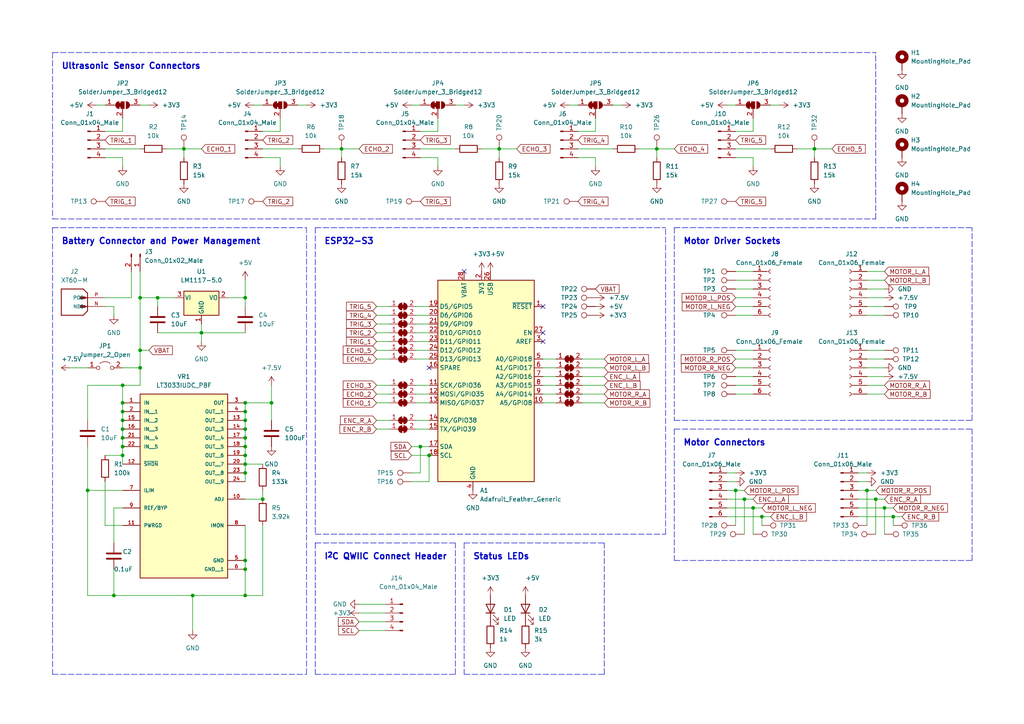
<source format=kicad_sch>
(kicad_sch (version 20211123) (generator eeschema)
  (paper "A4")
  (title_block (title "Mobile Robot - Main PCB") (date "2024-02-23") (rev "01") (company "W.A.L.E.S Engineering") (comment 1 "Drawing by: L Parrish"))
  (junction (at 259.08 149.86))
  (junction (at 71.12 127))
  (junction (at 40.64 106.68))
  (junction (at 71.12 137.16))
  (junction (at 40.64 101.6))
  (junction (at 144.78 43.18))
  (junction (at 35.56 116.84))
  (junction (at 35.56 129.54))
  (junction (at 256.54 147.32))
  (junction (at 58.42 96.52))
  (junction (at 35.56 119.38))
  (junction (at 99.06 43.18))
  (junction (at 213.36 142.24))
  (junction (at 35.56 127))
  (junction (at 35.56 132.08))
  (junction (at 25.4 142.24))
  (junction (at 71.12 116.84))
  (junction (at 254 144.78))
  (junction (at 71.12 172.72))
  (junction (at 71.12 119.38))
  (junction (at 78.74 116.84))
  (junction (at 71.12 129.54))
  (junction (at 71.12 124.46))
  (junction (at 220.98 149.86))
  (junction (at 121.92 129.54))
  (junction (at 33.02 172.72))
  (junction (at 190.5 43.18))
  (junction (at 35.56 124.46))
  (junction (at 53.34 43.18))
  (junction (at 71.12 132.08))
  (junction (at 35.56 121.92))
  (junction (at 40.64 86.36))
  (junction (at 236.22 43.18))
  (junction (at 71.12 86.36))
  (junction (at 71.12 121.92))
  (junction (at 124.46 132.08))
  (junction (at 76.2 144.78))
  (junction (at 218.44 147.32))
  (junction (at 45.72 86.36))
  (junction (at 35.56 111.76))
  (junction (at 71.12 162.56))
  (junction (at 55.88 172.72))
  (junction (at 71.12 134.62))
  (junction (at 251.46 142.24))
  (junction (at 215.9 144.78))
  (junction (at 71.12 165.1))
  (no_connect (at 157.48 96.52))
  (no_connect (at 157.48 88.9))
  (no_connect (at 124.46 106.68))
  (no_connect (at 134.62 78.74))
  (no_connect (at 157.48 99.06))
  (wire (pts (xy 119.38 129.54) (xy 121.92 129.54)))
  (wire (pts (xy 40.64 106.68) (xy 40.64 101.6)))
  (wire (pts (xy 109.22 101.6) (xy 113.03 101.6)))
  (wire (pts (xy 53.34 43.18) (xy 58.42 43.18)))
  (wire (pts (xy 109.22 111.76) (xy 113.03 111.76)))
  (wire (pts (xy 210.82 137.16) (xy 213.36 137.16)))
  (wire (pts (xy 175.26 104.14) (xy 168.91 104.14)))
  (wire (pts (xy 71.12 124.46) (xy 71.12 127)))
  (wire (pts (xy 127 34.29) (xy 127 38.1)))
  (wire (pts (xy 177.8 30.48) (xy 180.34 30.48)))
  (wire (pts (xy 172.72 48.26) (xy 172.72 45.72)))
  (wire (pts (xy 120.65 91.44) (xy 124.46 91.44)))
  (wire (pts (xy 213.36 142.24) (xy 213.36 152.4)))
  (polyline (pts (xy 15.24 63.5) (xy 254 63.5)))
  (wire (pts (xy 210.82 142.24) (xy 213.36 142.24)))
  (wire (pts (xy 248.92 144.78) (xy 254 144.78)))
  (polyline (pts (xy 15.24 15.24) (xy 254 15.24)))
  (wire (pts (xy 35.56 48.26) (xy 35.56 45.72)))
  (wire (pts (xy 259.08 149.86) (xy 261.62 149.86)))
  (wire (pts (xy 109.22 104.14) (xy 113.03 104.14)))
  (wire (pts (xy 251.46 81.28) (xy 256.54 81.28)))
  (polyline (pts (xy 281.94 162.56) (xy 281.94 124.46)))
  (wire (pts (xy 109.22 121.92) (xy 113.03 121.92)))
  (wire (pts (xy 30.48 139.7) (xy 30.48 152.4)))
  (polyline (pts (xy 195.58 162.56) (xy 281.94 162.56)))
  (wire (pts (xy 40.64 78.74) (xy 40.64 86.36)))
  (wire (pts (xy 218.44 45.72) (xy 213.36 45.72)))
  (wire (pts (xy 33.02 172.72) (xy 55.88 172.72)))
  (wire (pts (xy 248.92 139.7) (xy 251.46 139.7)))
  (wire (pts (xy 251.46 111.76) (xy 256.54 111.76)))
  (wire (pts (xy 120.65 101.6) (xy 124.46 101.6)))
  (wire (pts (xy 120.65 114.3) (xy 124.46 114.3)))
  (wire (pts (xy 81.28 34.29) (xy 81.28 38.1)))
  (polyline (pts (xy 15.24 195.58) (xy 88.9 195.58)))
  (polyline (pts (xy 91.44 154.94) (xy 193.04 154.94)))
  (wire (pts (xy 165.1 30.48) (xy 167.64 30.48)))
  (wire (pts (xy 248.92 149.86) (xy 259.08 149.86)))
  (wire (pts (xy 213.36 111.76) (xy 218.44 111.76)))
  (wire (pts (xy 251.46 106.68) (xy 256.54 106.68)))
  (wire (pts (xy 40.64 101.6) (xy 43.18 101.6)))
  (wire (pts (xy 104.14 177.8) (xy 111.76 177.8)))
  (wire (pts (xy 121.92 129.54) (xy 124.46 129.54)))
  (wire (pts (xy 71.12 116.84) (xy 78.74 116.84)))
  (wire (pts (xy 30.48 43.18) (xy 40.64 43.18)))
  (polyline (pts (xy 88.9 195.58) (xy 88.9 66.04)))
  (wire (pts (xy 172.72 45.72) (xy 167.64 45.72)))
  (polyline (pts (xy 281.94 121.92) (xy 281.94 66.04)))
  (wire (pts (xy 121.92 38.1) (xy 127 38.1)))
  (wire (pts (xy 86.36 30.48) (xy 88.9 30.48)))
  (polyline (pts (xy 91.44 195.58) (xy 132.08 195.58)))
  (wire (pts (xy 120.65 124.46) (xy 124.46 124.46)))
  (wire (pts (xy 161.29 114.3) (xy 157.48 114.3)))
  (wire (pts (xy 167.64 38.1) (xy 172.72 38.1)))
  (wire (pts (xy 220.98 149.86) (xy 223.52 149.86)))
  (wire (pts (xy 25.4 129.54) (xy 25.4 142.24)))
  (wire (pts (xy 144.78 43.18) (xy 149.86 43.18)))
  (wire (pts (xy 27.94 30.48) (xy 30.48 30.48)))
  (wire (pts (xy 120.65 99.06) (xy 124.46 99.06)))
  (wire (pts (xy 76.2 152.4) (xy 76.2 172.72)))
  (wire (pts (xy 213.36 81.28) (xy 218.44 81.28)))
  (polyline (pts (xy 91.44 66.04) (xy 91.44 154.94)))
  (wire (pts (xy 81.28 45.72) (xy 76.2 45.72)))
  (wire (pts (xy 213.36 83.82) (xy 218.44 83.82)))
  (wire (pts (xy 55.88 172.72) (xy 71.12 172.72)))
  (wire (pts (xy 190.5 43.18) (xy 190.5 45.72)))
  (wire (pts (xy 71.12 137.16) (xy 71.12 139.7)))
  (wire (pts (xy 251.46 83.82) (xy 256.54 83.82)))
  (wire (pts (xy 35.56 124.46) (xy 35.56 127)))
  (wire (pts (xy 254 144.78) (xy 256.54 144.78)))
  (wire (pts (xy 35.56 119.38) (xy 35.56 121.92)))
  (wire (pts (xy 25.4 142.24) (xy 35.56 142.24)))
  (wire (pts (xy 213.36 106.68) (xy 218.44 106.68)))
  (wire (pts (xy 190.5 43.18) (xy 195.58 43.18)))
  (wire (pts (xy 167.64 43.18) (xy 177.8 43.18)))
  (polyline (pts (xy 134.62 195.58) (xy 175.26 195.58)))
  (wire (pts (xy 109.22 99.06) (xy 113.03 99.06)))
  (wire (pts (xy 71.12 152.4) (xy 71.12 162.56)))
  (wire (pts (xy 25.4 111.76) (xy 35.56 111.76)))
  (wire (pts (xy 127 48.26) (xy 127 45.72)))
  (wire (pts (xy 40.64 30.48) (xy 43.18 30.48)))
  (wire (pts (xy 120.65 104.14) (xy 124.46 104.14)))
  (wire (pts (xy 161.29 106.68) (xy 157.48 106.68)))
  (wire (pts (xy 81.28 48.26) (xy 81.28 45.72)))
  (wire (pts (xy 109.22 116.84) (xy 113.03 116.84)))
  (wire (pts (xy 213.36 142.24) (xy 215.9 142.24)))
  (wire (pts (xy 109.22 114.3) (xy 113.03 114.3)))
  (wire (pts (xy 120.65 88.9) (xy 124.46 88.9)))
  (wire (pts (xy 109.22 88.9) (xy 113.03 88.9)))
  (wire (pts (xy 213.36 114.3) (xy 218.44 114.3)))
  (wire (pts (xy 76.2 38.1) (xy 81.28 38.1)))
  (wire (pts (xy 119.38 139.7) (xy 124.46 139.7)))
  (wire (pts (xy 251.46 101.6) (xy 256.54 101.6)))
  (wire (pts (xy 38.1 78.74) (xy 38.1 86.36)))
  (wire (pts (xy 35.56 121.92) (xy 35.56 124.46)))
  (wire (pts (xy 71.12 81.28) (xy 71.12 86.36)))
  (wire (pts (xy 76.2 43.18) (xy 86.36 43.18)))
  (wire (pts (xy 251.46 109.22) (xy 256.54 109.22)))
  (wire (pts (xy 218.44 48.26) (xy 218.44 45.72)))
  (wire (pts (xy 213.36 88.9) (xy 218.44 88.9)))
  (wire (pts (xy 223.52 30.48) (xy 226.06 30.48)))
  (wire (pts (xy 20.32 106.68) (xy 25.4 106.68)))
  (wire (pts (xy 210.82 147.32) (xy 218.44 147.32)))
  (wire (pts (xy 144.78 43.18) (xy 144.78 45.72)))
  (wire (pts (xy 231.14 43.18) (xy 236.22 43.18)))
  (wire (pts (xy 104.14 175.26) (xy 111.76 175.26)))
  (wire (pts (xy 35.56 129.54) (xy 35.56 132.08)))
  (wire (pts (xy 45.72 96.52) (xy 58.42 96.52)))
  (wire (pts (xy 120.65 96.52) (xy 124.46 96.52)))
  (wire (pts (xy 40.64 86.36) (xy 45.72 86.36)))
  (wire (pts (xy 251.46 78.74) (xy 256.54 78.74)))
  (wire (pts (xy 172.72 34.29) (xy 172.72 38.1)))
  (wire (pts (xy 30.48 38.1) (xy 35.56 38.1)))
  (wire (pts (xy 127 45.72) (xy 121.92 45.72)))
  (wire (pts (xy 119.38 137.16) (xy 121.92 137.16)))
  (wire (pts (xy 236.22 43.18) (xy 236.22 45.72)))
  (wire (pts (xy 215.9 144.78) (xy 215.9 154.94)))
  (polyline (pts (xy 175.26 195.58) (xy 175.26 157.48)))
  (polyline (pts (xy 195.58 124.46) (xy 281.94 124.46)))
  (wire (pts (xy 121.92 43.18) (xy 132.08 43.18)))
  (wire (pts (xy 78.74 111.76) (xy 78.74 116.84)))
  (wire (pts (xy 213.36 109.22) (xy 218.44 109.22)))
  (polyline (pts (xy 193.04 154.94) (xy 193.04 66.04)))
  (wire (pts (xy 256.54 147.32) (xy 259.08 147.32)))
  (wire (pts (xy 30.48 86.36) (xy 38.1 86.36)))
  (polyline (pts (xy 91.44 66.04) (xy 193.04 66.04)))
  (wire (pts (xy 161.29 109.22) (xy 157.48 109.22)))
  (polyline (pts (xy 134.62 157.48) (xy 134.62 195.58)))
  (wire (pts (xy 109.22 96.52) (xy 113.03 96.52)))
  (wire (pts (xy 99.06 43.18) (xy 99.06 45.72)))
  (wire (pts (xy 71.12 121.92) (xy 71.12 124.46)))
  (wire (pts (xy 33.02 147.32) (xy 35.56 147.32)))
  (wire (pts (xy 33.02 88.9) (xy 30.48 88.9)))
  (wire (pts (xy 40.64 101.6) (xy 40.64 86.36)))
  (polyline (pts (xy 15.24 66.04) (xy 15.24 195.58)))
  (polyline (pts (xy 91.44 157.48) (xy 132.08 157.48)))
  (wire (pts (xy 109.22 124.46) (xy 113.03 124.46)))
  (polyline (pts (xy 254 63.5) (xy 254 15.24)))
  (wire (pts (xy 58.42 93.98) (xy 58.42 96.52)))
  (wire (pts (xy 53.34 43.18) (xy 53.34 45.72)))
  (wire (pts (xy 251.46 88.9) (xy 256.54 88.9)))
  (wire (pts (xy 25.4 111.76) (xy 25.4 121.92)))
  (wire (pts (xy 71.12 132.08) (xy 71.12 134.62)))
  (wire (pts (xy 71.12 172.72) (xy 76.2 172.72)))
  (wire (pts (xy 175.26 111.76) (xy 168.91 111.76)))
  (wire (pts (xy 35.56 116.84) (xy 35.56 119.38)))
  (polyline (pts (xy 15.24 66.04) (xy 88.9 66.04)))
  (wire (pts (xy 213.36 38.1) (xy 218.44 38.1)))
  (wire (pts (xy 30.48 132.08) (xy 35.56 132.08)))
  (wire (pts (xy 213.36 91.44) (xy 218.44 91.44)))
  (wire (pts (xy 58.42 96.52) (xy 71.12 96.52)))
  (wire (pts (xy 71.12 129.54) (xy 71.12 132.08)))
  (wire (pts (xy 121.92 137.16) (xy 121.92 129.54)))
  (wire (pts (xy 161.29 104.14) (xy 157.48 104.14)))
  (wire (pts (xy 71.12 134.62) (xy 76.2 134.62)))
  (wire (pts (xy 213.36 43.18) (xy 223.52 43.18)))
  (wire (pts (xy 35.56 111.76) (xy 40.64 111.76)))
  (wire (pts (xy 71.12 119.38) (xy 71.12 121.92)))
  (wire (pts (xy 251.46 142.24) (xy 254 142.24)))
  (wire (pts (xy 35.56 132.08) (xy 35.56 134.62)))
  (wire (pts (xy 132.08 30.48) (xy 134.62 30.48)))
  (wire (pts (xy 120.65 116.84) (xy 124.46 116.84)))
  (wire (pts (xy 35.56 127) (xy 35.56 129.54)))
  (wire (pts (xy 161.29 116.84) (xy 157.48 116.84)))
  (wire (pts (xy 120.65 111.76) (xy 124.46 111.76)))
  (wire (pts (xy 215.9 144.78) (xy 218.44 144.78)))
  (wire (pts (xy 210.82 144.78) (xy 215.9 144.78)))
  (wire (pts (xy 35.56 34.29) (xy 35.56 38.1)))
  (wire (pts (xy 33.02 157.48) (xy 33.02 147.32)))
  (wire (pts (xy 210.82 30.48) (xy 213.36 30.48)))
  (wire (pts (xy 71.12 165.1) (xy 71.12 172.72)))
  (wire (pts (xy 218.44 147.32) (xy 220.98 147.32)))
  (wire (pts (xy 40.64 111.76) (xy 40.64 106.68)))
  (wire (pts (xy 119.38 132.08) (xy 124.46 132.08)))
  (wire (pts (xy 71.12 116.84) (xy 71.12 119.38)))
  (wire (pts (xy 218.44 34.29) (xy 218.44 38.1)))
  (wire (pts (xy 248.92 147.32) (xy 256.54 147.32)))
  (wire (pts (xy 119.38 30.48) (xy 121.92 30.48)))
  (wire (pts (xy 248.92 142.24) (xy 251.46 142.24)))
  (wire (pts (xy 30.48 152.4) (xy 35.56 152.4)))
  (wire (pts (xy 213.36 104.14) (xy 218.44 104.14)))
  (polyline (pts (xy 134.62 157.48) (xy 175.26 157.48)))
  (wire (pts (xy 185.42 43.18) (xy 190.5 43.18)))
  (wire (pts (xy 109.22 91.44) (xy 113.03 91.44)))
  (polyline (pts (xy 195.58 66.04) (xy 195.58 121.92)))
  (wire (pts (xy 161.29 111.76) (xy 157.48 111.76)))
  (wire (pts (xy 33.02 91.44) (xy 33.02 88.9)))
  (wire (pts (xy 213.36 86.36) (xy 218.44 86.36)))
  (wire (pts (xy 93.98 43.18) (xy 99.06 43.18)))
  (wire (pts (xy 48.26 43.18) (xy 53.34 43.18)))
  (polyline (pts (xy 195.58 124.46) (xy 195.58 162.56)))
  (wire (pts (xy 71.12 162.56) (xy 71.12 165.1)))
  (wire (pts (xy 71.12 127) (xy 71.12 129.54)))
  (wire (pts (xy 124.46 139.7) (xy 124.46 132.08)))
  (wire (pts (xy 175.26 116.84) (xy 168.91 116.84)))
  (wire (pts (xy 120.65 121.92) (xy 124.46 121.92)))
  (polyline (pts (xy 15.24 15.24) (xy 15.24 63.5)))
  (wire (pts (xy 175.26 109.22) (xy 168.91 109.22)))
  (wire (pts (xy 35.56 116.84) (xy 35.56 111.76)))
  (wire (pts (xy 45.72 86.36) (xy 45.72 88.9)))
  (wire (pts (xy 254 144.78) (xy 254 154.94)))
  (wire (pts (xy 109.22 93.98) (xy 113.03 93.98)))
  (wire (pts (xy 35.56 45.72) (xy 30.48 45.72)))
  (wire (pts (xy 251.46 104.14) (xy 256.54 104.14)))
  (wire (pts (xy 139.7 43.18) (xy 144.78 43.18)))
  (wire (pts (xy 45.72 86.36) (xy 50.8 86.36)))
  (wire (pts (xy 251.46 86.36) (xy 256.54 86.36)))
  (wire (pts (xy 71.12 134.62) (xy 71.12 137.16)))
  (wire (pts (xy 210.82 139.7) (xy 213.36 139.7)))
  (wire (pts (xy 256.54 147.32) (xy 256.54 154.94)))
  (wire (pts (xy 251.46 114.3) (xy 256.54 114.3)))
  (wire (pts (xy 251.46 142.24) (xy 251.46 152.4)))
  (wire (pts (xy 104.14 182.88) (xy 111.76 182.88)))
  (wire (pts (xy 218.44 147.32) (xy 218.44 154.94)))
  (wire (pts (xy 25.4 172.72) (xy 33.02 172.72)))
  (wire (pts (xy 236.22 43.18) (xy 241.3 43.18)))
  (polyline (pts (xy 91.44 157.48) (xy 91.44 195.58)))
  (wire (pts (xy 25.4 142.24) (xy 25.4 172.72)))
  (wire (pts (xy 175.26 114.3) (xy 168.91 114.3)))
  (wire (pts (xy 251.46 91.44) (xy 256.54 91.44)))
  (wire (pts (xy 76.2 142.24) (xy 76.2 144.78)))
  (wire (pts (xy 71.12 88.9) (xy 71.12 86.36)))
  (wire (pts (xy 120.65 93.98) (xy 124.46 93.98)))
  (wire (pts (xy 55.88 182.88) (xy 55.88 172.72)))
  (wire (pts (xy 210.82 149.86) (xy 220.98 149.86)))
  (wire (pts (xy 78.74 116.84) (xy 78.74 121.92)))
  (polyline (pts (xy 132.08 195.58) (xy 132.08 157.48)))
  (wire (pts (xy 71.12 86.36) (xy 66.04 86.36)))
  (wire (pts (xy 33.02 165.1) (xy 33.02 172.72)))
  (wire (pts (xy 175.26 106.68) (xy 168.91 106.68)))
  (polyline (pts (xy 195.58 66.04) (xy 281.94 66.04)))
  (wire (pts (xy 58.42 96.52) (xy 58.42 99.06)))
  (wire (pts (xy 213.36 78.74) (xy 218.44 78.74)))
  (wire (pts (xy 259.08 149.86) (xy 259.08 152.4)))
  (wire (pts (xy 99.06 43.18) (xy 104.14 43.18)))
  (wire (pts (xy 213.36 101.6) (xy 218.44 101.6)))
  (polyline (pts (xy 195.58 121.92) (xy 281.94 121.92)))
  (wire (pts (xy 104.14 180.34) (xy 111.76 180.34)))
  (wire (pts (xy 73.66 30.48) (xy 76.2 30.48)))
  (wire (pts (xy 35.56 106.68) (xy 40.64 106.68)))
  (wire (pts (xy 248.92 137.16) (xy 251.46 137.16)))
  (wire (pts (xy 71.12 144.78) (xy 76.2 144.78)))
  (wire (pts (xy 220.98 149.86) (xy 220.98 152.4)))
  (text "I^{2}C QWIIC Connect Header" (at 93.98 162.56 0) (effects (font (size 1.778 1.778) (thickness 0.3556) bold) (justify left bottom)))
  (text "Status LEDs" (at 137.16 162.56 0) (effects (font (size 1.778 1.778) (thickness 0.3556) bold) (justify left bottom)))
  (text "Motor Connectors" (at 198.12 129.54 0) (effects (font (size 1.778 1.778) (thickness 0.3556) bold) (justify left bottom)))
  (text "Battery Connector and Power Management" (at 17.78 71.12 0) (effects (font (size 1.778 1.778) (thickness 0.3556) bold) (justify left bottom)))
  (text "ESP32-S3" (at 93.98 71.12 0) (effects (font (size 1.778 1.778) (thickness 0.3556) bold) (justify left bottom)))
  (text "Ultrasonic Sensor Connectors" (at 17.78 20.32 0) (effects (font (size 1.778 1.778) (thickness 0.3556) bold) (justify left bottom)))
  (text "Motor Driver Sockets" (at 198.12 71.12 0) (effects (font (size 1.778 1.778) (thickness 0.3556) bold) (justify left bottom)))
  (global_label "MOTOR_L_POS" (shape input) (at 213.36 86.36 180) (property "Intersheet References" "${INTERSHEET_REFS}" (effects hide)))
  (global_label "ENC_R_B" (shape input) (at 261.62 149.86 0) (property "Intersheet References" "${INTERSHEET_REFS}" (effects hide)))
  (global_label "ECHO_2" (shape input) (at 104.14 43.18 0) (property "Intersheet References" "${INTERSHEET_REFS}" (effects hide)))
  (global_label "MOTOR_L_NEG" (shape input) (at 220.98 147.32 0) (property "Intersheet References" "${INTERSHEET_REFS}" (effects hide)))
  (global_label "VBAT" (shape input) (at 43.18 101.6 0) (property "Intersheet References" "${INTERSHEET_REFS}" (effects hide)))
  (global_label "MOTOR_L_NEG" (shape input) (at 213.36 88.9 180) (property "Intersheet References" "${INTERSHEET_REFS}" (effects hide)))
  (global_label "SCL" (shape input) (at 119.38 132.08 180) (property "Intersheet References" "${INTERSHEET_REFS}" (effects hide)))
  (global_label "MOTOR_R_POS" (shape input) (at 254 142.24 0) (property "Intersheet References" "${INTERSHEET_REFS}" (effects hide)))
  (global_label "VBAT" (shape input) (at 172.72 83.82 0) (property "Intersheet References" "${INTERSHEET_REFS}" (effects hide)))
  (global_label "MOTOR_L_A" (shape input) (at 256.54 78.74 0) (property "Intersheet References" "${INTERSHEET_REFS}" (effects hide)))
  (global_label "ECHO_5" (shape input) (at 109.22 101.6 180) (property "Intersheet References" "${INTERSHEET_REFS}" (effects hide)))
  (global_label "MOTOR_R_POS" (shape input) (at 213.36 104.14 180) (property "Intersheet References" "${INTERSHEET_REFS}" (effects hide)))
  (global_label "MOTOR_R_B" (shape input) (at 175.26 116.84 0) (property "Intersheet References" "${INTERSHEET_REFS}" (effects hide)))
  (global_label "ECHO_4" (shape input) (at 109.22 104.14 180) (property "Intersheet References" "${INTERSHEET_REFS}" (effects hide)))
  (global_label "MOTOR_R_A" (shape input) (at 175.26 114.3 0) (property "Intersheet References" "${INTERSHEET_REFS}" (effects hide)))
  (global_label "ECHO_3" (shape input) (at 149.86 43.18 0) (property "Intersheet References" "${INTERSHEET_REFS}" (effects hide)))
  (global_label "TRIG_1" (shape input) (at 30.48 40.64 0) (property "Intersheet References" "${INTERSHEET_REFS}" (effects hide)))
  (global_label "TRIG_2" (shape input) (at 76.2 58.42 0) (property "Intersheet References" "${INTERSHEET_REFS}" (effects hide)))
  (global_label "ENC_L_B" (shape input) (at 175.26 111.76 0) (property "Intersheet References" "${INTERSHEET_REFS}" (effects hide)))
  (global_label "ENC_R_A" (shape input) (at 256.54 144.78 0) (property "Intersheet References" "${INTERSHEET_REFS}" (effects hide)))
  (global_label "ENC_L_B" (shape input) (at 223.52 149.86 0) (property "Intersheet References" "${INTERSHEET_REFS}" (effects hide)))
  (global_label "TRIG_4" (shape input) (at 167.64 58.42 0) (property "Intersheet References" "${INTERSHEET_REFS}" (effects hide)))
  (global_label "SCL" (shape input) (at 104.14 182.88 180) (property "Intersheet References" "${INTERSHEET_REFS}" (effects hide)))
  (global_label "ECHO_3" (shape input) (at 109.22 111.76 180) (property "Intersheet References" "${INTERSHEET_REFS}" (effects hide)))
  (global_label "ECHO_1" (shape input) (at 109.22 116.84 180) (property "Intersheet References" "${INTERSHEET_REFS}" (effects hide)))
  (global_label "TRIG_3" (shape input) (at 109.22 93.98 180) (property "Intersheet References" "${INTERSHEET_REFS}" (effects hide)))
  (global_label "MOTOR_R_A" (shape input) (at 256.54 111.76 0) (property "Intersheet References" "${INTERSHEET_REFS}" (effects hide)))
  (global_label "TRIG_5" (shape input) (at 109.22 88.9 180) (property "Intersheet References" "${INTERSHEET_REFS}" (effects hide)))
  (global_label "TRIG_3" (shape input) (at 121.92 40.64 0) (property "Intersheet References" "${INTERSHEET_REFS}" (effects hide)))
  (global_label "TRIG_1" (shape input) (at 109.22 99.06 180) (property "Intersheet References" "${INTERSHEET_REFS}" (effects hide)))
  (global_label "TRIG_5" (shape input) (at 213.36 40.64 0) (property "Intersheet References" "${INTERSHEET_REFS}" (effects hide)))
  (global_label "TRIG_2" (shape input) (at 109.22 96.52 180) (property "Intersheet References" "${INTERSHEET_REFS}" (effects hide)))
  (global_label "MOTOR_R_NEG" (shape input) (at 213.36 106.68 180) (property "Intersheet References" "${INTERSHEET_REFS}" (effects hide)))
  (global_label "TRIG_1" (shape input) (at 30.48 58.42 0) (property "Intersheet References" "${INTERSHEET_REFS}" (effects hide)))
  (global_label "MOTOR_L_POS" (shape input) (at 215.9 142.24 0) (property "Intersheet References" "${INTERSHEET_REFS}" (effects hide)))
  (global_label "MOTOR_L_A" (shape input) (at 175.26 104.14 0) (property "Intersheet References" "${INTERSHEET_REFS}" (effects hide)))
  (global_label "ENC_L_A" (shape input) (at 175.26 109.22 0) (property "Intersheet References" "${INTERSHEET_REFS}" (effects hide)))
  (global_label "ECHO_1" (shape input) (at 58.42 43.18 0) (property "Intersheet References" "${INTERSHEET_REFS}" (effects hide)))
  (global_label "MOTOR_L_B" (shape input) (at 256.54 81.28 0) (property "Intersheet References" "${INTERSHEET_REFS}" (effects hide)))
  (global_label "TRIG_4" (shape input) (at 167.64 40.64 0) (property "Intersheet References" "${INTERSHEET_REFS}" (effects hide)))
  (global_label "MOTOR_R_NEG" (shape input) (at 259.08 147.32 0) (property "Intersheet References" "${INTERSHEET_REFS}" (effects hide)))
  (global_label "SDA" (shape input) (at 104.14 180.34 180) (property "Intersheet References" "${INTERSHEET_REFS}" (effects hide)))
  (global_label "ECHO_4" (shape input) (at 195.58 43.18 0) (property "Intersheet References" "${INTERSHEET_REFS}" (effects hide)))
  (global_label "TRIG_3" (shape input) (at 121.92 58.42 0) (property "Intersheet References" "${INTERSHEET_REFS}" (effects hide)))
  (global_label "TRIG_2" (shape input) (at 76.2 40.64 0) (property "Intersheet References" "${INTERSHEET_REFS}" (effects hide)))
  (global_label "MOTOR_R_B" (shape input) (at 256.54 114.3 0) (property "Intersheet References" "${INTERSHEET_REFS}" (effects hide)))
  (global_label "TRIG_4" (shape input) (at 109.22 91.44 180) (property "Intersheet References" "${INTERSHEET_REFS}" (effects hide)))
  (global_label "TRIG_5" (shape input) (at 213.36 58.42 0) (property "Intersheet References" "${INTERSHEET_REFS}" (effects hide)))
  (global_label "ECHO_5" (shape input) (at 241.3 43.18 0) (property "Intersheet References" "${INTERSHEET_REFS}" (effects hide)))
  (global_label "MOTOR_L_B" (shape input) (at 175.26 106.68 0) (property "Intersheet References" "${INTERSHEET_REFS}" (effects hide)))
  (global_label "SDA" (shape input) (at 119.38 129.54 180) (property "Intersheet References" "${INTERSHEET_REFS}" (effects hide)))
  (global_label "ENC_R_B" (shape input) (at 109.22 124.46 180) (property "Intersheet References" "${INTERSHEET_REFS}" (effects hide)))
  (global_label "ENC_L_A" (shape input) (at 218.44 144.78 0) (property "Intersheet References" "${INTERSHEET_REFS}" (effects hide)))
  (global_label "ENC_R_A" (shape input) (at 109.22 121.92 180) (property "Intersheet References" "${INTERSHEET_REFS}" (effects hide)))
  (global_label "ECHO_2" (shape input) (at 109.22 114.3 180) (property "Intersheet References" "${INTERSHEET_REFS}" (effects hide)))
  (symbol (lib_id "Jumper:SolderJumper_2_Bridged") (at 165.1 111.76 0) (unit 1)
    (property "Reference" "JP22" (effects hide))
    (property "Value" "SolderJumper_2_Bridged" (effects hide))
    (property "Footprint" "Jumper:SolderJumper-2_P1.3mm_Bridged_RoundedPad1.0x1.5mm" (effects hide))
  )
  (symbol (lib_id "power:+3V3") (at 43.18 30.48 270) (unit 1)
    (property "Reference" "#PWR0101" (effects hide))
    (property "Value" "+3V3" (at 46.99 30.4799 90) (effects (justify left)))
  )
  (symbol (lib_id "Device:R") (at 76.2 138.43 0) (unit 1)
    (property "Reference" "R4" (at 78.74 137.1599 0) (effects (justify left)))
    (property "Value" "133k" (at 78.74 139.6999 0) (effects (justify left)))
    (property "Footprint" "Resistor_SMD:R_0805_2012Metric" (effects hide))
  )
  (symbol (lib_id "power:+7.5V") (at 256.54 109.22 270) (unit 1)
    (property "Reference" "#PWR0138" (effects hide))
    (property "Value" "+7.5V" (at 260.35 109.2199 90) (effects (justify left)))
  )
  (symbol (lib_id "power:+5V") (at 73.66 30.48 90) (unit 1)
    (property "Reference" "#PWR0127" (effects hide))
    (property "Value" "+5V" (at 69.85 30.4799 90) (effects (justify left)))
  )
  (symbol (lib_id "Connector:TestPoint") (at 256.54 91.44 270) (unit 1)
    (property "Reference" "TP10" (at 264.16 91.44 90))
    (property "Value" "TestPoint" (effects hide))
    (property "Footprint" "TestPoint:TestPoint_Pad_D1.5mm" (effects hide))
  )
  (symbol (lib_id "Connector:TestPoint") (at 172.72 86.36 90) (unit 1)
    (property "Reference" "TP23" (at 165.1 86.36 90))
    (property "Value" "TestPoint" (effects hide))
    (property "Footprint" "TestPoint:TestPoint_2Pads_Pitch2.54mm_Drill0.8mm" (effects hide))
  )
  (symbol (lib_id "Connector:TestPoint") (at 144.78 43.18 0) (unit 1)
    (property "Reference" "TP20" (at 144.78 35.56 90))
    (property "Value" "TestPoint" (effects hide))
    (property "Footprint" "TestPoint:TestPoint_2Pads_Pitch2.54mm_Drill0.8mm" (effects hide))
  )
  (symbol (lib_id "Device:R") (at 44.45 43.18 270) (unit 1)
    (property "Reference" "R2" (at 44.45 36.83 90))
    (property "Value" "10k" (at 44.45 39.37 90))
    (property "Footprint" "Resistor_SMD:R_0805_2012Metric" (effects hide))
  )
  (symbol (lib_id "Connector:TestPoint") (at 213.36 101.6 90) (unit 1)
    (property "Reference" "TP5" (at 205.74 101.6 90))
    (property "Value" "TestPoint" (effects hide))
    (property "Footprint" "TestPoint:TestPoint_Pad_D1.5mm" (effects hide))
  )
  (symbol (lib_id "Connector:TestPoint") (at 172.72 91.44 90) (unit 1)
    (property "Reference" "TP25" (at 165.1 91.44 90))
    (property "Value" "TestPoint" (effects hide))
    (property "Footprint" "TestPoint:TestPoint_2Pads_Pitch2.54mm_Drill0.8mm" (effects hide))
  )
  (symbol (lib_id "power:GND") (at 261.62 45.72 0) (unit 1)
    (property "Reference" "#PWR0139" (effects hide))
    (property "Value" "GND" (at 261.62 50.8 0))
  )
  (symbol (lib_id "power:+3V3") (at 134.62 30.48 270) (unit 1)
    (property "Reference" "#PWR0121" (effects hide))
    (property "Value" "+3V3" (at 138.43 30.4799 90) (effects (justify left)))
  )
  (symbol (lib_id "Connector:TestPoint") (at 53.34 43.18 0) (unit 1)
    (property "Reference" "TP14" (at 53.34 35.56 90))
    (property "Value" "TestPoint" (effects hide))
    (property "Footprint" "TestPoint:TestPoint_2Pads_Pitch2.54mm_Drill0.8mm" (effects hide))
  )
  (symbol (lib_id "Mechanical:MountingHole_Pad") (at 261.62 43.18 0) (unit 1)
    (property "Reference" "H3" (at 264.16 40.6399 0) (effects (justify left)))
    (property "Value" "MountingHole_Pad" (at 264.16 43.1799 0) (effects (justify left)))
    (property "Footprint" "MountingHole:MountingHole_3.2mm_M3_DIN965_Pad" (effects hide))
  )
  (symbol (lib_id "power:+5V") (at 172.72 88.9 270) (unit 1)
    (property "Reference" "#PWR06" (effects hide))
    (property "Value" "+5V" (at 176.53 88.8999 90) (effects (justify left)))
  )
  (symbol (lib_id "power:+3V3") (at 180.34 30.48 270) (unit 1)
    (property "Reference" "#PWR0117" (effects hide))
    (property "Value" "+3V3" (at 184.15 30.4799 90) (effects (justify left)))
  )
  (symbol (lib_id "power:GND") (at 152.4 187.96 0) (unit 1)
    (property "Reference" "#PWR04" (effects hide))
    (property "Value" "GND" (at 152.4 193.04 0))
  )
  (symbol (lib_id "power:+5V") (at 152.4 172.72 0) (unit 1)
    (property "Reference" "#PWR03" (effects hide))
    (property "Value" "+5V" (at 152.4 167.64 0) (effects (justify left)))
  )
  (symbol (lib_id "Connector:TestPoint") (at 213.36 78.74 90) (unit 1)
    (property "Reference" "TP1" (at 205.74 78.74 90))
    (property "Value" "TestPoint" (effects hide))
    (property "Footprint" "TestPoint:TestPoint_Pad_D1.5mm" (effects hide))
  )
  (symbol (lib_id "Connector:Conn_01x04_Male") (at 25.4 40.64 0) (unit 1)
    (property "Reference" "J1" (at 26.035 33.02 0))
    (property "Value" "Conn_01x04_Male" (at 26.035 35.56 0))
    (property "Footprint" "Connector_JST:JST_XH_S4B-XH-A-1_1x04_P2.50mm_Horizontal" (effects hide))
  )
  (symbol (lib_id "Device:C") (at 33.02 161.29 0) (unit 1)
    (property "Reference" "C2" (at 35.56 160.02 0) (effects (justify left)))
    (property "Value" "0.1uF" (at 33.02 165.1 0) (effects (justify left)))
    (property "Footprint" "Resistor_SMD:R_0603_1608Metric" (effects hide))
  )
  (symbol (lib_id "Jumper:SolderJumper_2_Bridged") (at 116.84 116.84 0) (unit 1)
    (property "Reference" "JP16" (effects hide))
    (property "Value" "SolderJumper_2_Bridged" (effects hide))
    (property "Footprint" "Jumper:SolderJumper-2_P1.3mm_Bridged_RoundedPad1.0x1.5mm" (effects hide))
  )
  (symbol (lib_id "Connector:Conn_01x06_Male") (at 243.84 142.24 0) (unit 1)
    (property "Reference" "J11" (at 244.475 132.08 0))
    (property "Value" "Conn_01x06_Male" (at 244.475 134.62 0))
    (property "Footprint" "Connector_JST:JST_XH_B6B-XH-A_1x06_P2.50mm_Vertical" (effects hide))
  )
  (symbol (lib_id "Jumper:SolderJumper_2_Bridged") (at 165.1 116.84 0) (unit 1)
    (property "Reference" "JP24" (effects hide))
    (property "Value" "SolderJumper_2_Bridged" (effects hide))
    (property "Footprint" "Jumper:SolderJumper-2_P1.3mm_Bridged_RoundedPad1.0x1.5mm" (effects hide))
  )
  (symbol (lib_id "Jumper:SolderJumper_2_Bridged") (at 116.84 111.76 0) (unit 1)
    (property "Reference" "JP14" (effects hide))
    (property "Value" "SolderJumper_2_Bridged" (effects hide))
    (property "Footprint" "Jumper:SolderJumper-2_P1.3mm_Bridged_RoundedPad1.0x1.5mm" (effects hide))
  )
  (symbol (lib_id "Connector:TestPoint") (at 218.44 154.94 270) (unit 1)
    (property "Reference" "TP30" (at 226.06 154.94 90))
    (property "Value" "TestPoint" (effects hide))
    (property "Footprint" "TestPoint:TestPoint_2Pads_Pitch2.54mm_Drill0.8mm" (effects hide))
  )
  (symbol (lib_id "Connector:Conn_01x06_Male") (at 205.74 142.24 0) (unit 1)
    (property "Reference" "J7" (at 206.375 132.08 0))
    (property "Value" "Conn_01x06_Male" (at 206.375 134.62 0))
    (property "Footprint" "Connector_JST:JST_XH_B6B-XH-A_1x06_P2.50mm_Vertical" (effects hide))
  )
  (symbol (lib_id "XT60-M:XT60-M") (at 25.4 88.9 0) (mirror y) (unit 1)
    (property "Reference" "J2" (at 21.59 78.74 0))
    (property "Value" "XT60-M" (at 21.59 81.28 0))
    (property "Footprint" "XT60-M:AMASS_XT60-M" (effects hide))
    (property "MF" "AMASS" (effects hide))
    (property "MAXIMUM_PACKAGE_HEIGHT" "16.00 mm" (effects hide))
    (property "Package" "Package" (effects hide))
    (property "Price" "None" (effects hide))
    (property "Check_prices" "https://www.snapeda.com/parts/XT60-M/AMASS/view-part/?ref=eda" (effects hide))
    (property "STANDARD" "IPC 7351B" (effects hide))
    (property "PARTREV" "V1.2" (effects hide))
    (property "SnapEDA_Link" "https://www.snapeda.com/parts/XT60-M/AMASS/view-part/?ref=snap" (effects hide))
    (property "MP" "XT60-M" (effects hide))
    (property "Description" "\nPlug; DC supply; XT60; male; PIN: 2; for cable; soldered; 30A; 500V\n" (effects hide))
    (property "Availability" "Not in stock" (effects hide))
    (property "MANUFACTURER" "AMASS" (effects hide))
  )
  (symbol (lib_id "power:GND") (at 251.46 139.7 90) (unit 1)
    (property "Reference" "#PWR0134" (effects hide))
    (property "Value" "GND" (at 255.27 139.6999 90) (effects (justify right)))
  )
  (symbol (lib_id "Device:R") (at 227.33 43.18 270) (unit 1)
    (property "Reference" "R12" (at 227.33 36.83 90))
    (property "Value" "10k" (at 227.33 39.37 90))
    (property "Footprint" "Resistor_SMD:R_0805_2012Metric" (effects hide))
  )
  (symbol (lib_id "Connector:TestPoint") (at 172.72 88.9 90) (unit 1)
    (property "Reference" "TP24" (at 165.1 88.9 90))
    (property "Value" "TestPoint" (effects hide))
    (property "Footprint" "TestPoint:TestPoint_2Pads_Pitch2.54mm_Drill0.8mm" (effects hide))
  )
  (symbol (lib_id "Device:R") (at 190.5 49.53 0) (unit 1)
    (property "Reference" "R11" (at 193.04 48.2599 0) (effects (justify left)))
    (property "Value" "15k" (at 193.04 50.7999 0) (effects (justify left)))
    (property "Footprint" "Resistor_SMD:R_0805_2012Metric" (effects hide))
  )
  (symbol (lib_id "Jumper:SolderJumper_3_Bridged12") (at 172.72 30.48 0) (unit 1)
    (property "Reference" "JP5" (at 172.72 24.13 0))
    (property "Value" "SolderJumper_3_Bridged12" (at 172.72 26.67 0))
    (property "Footprint" "Jumper:SolderJumper-3_P1.3mm_Bridged12_Pad1.0x1.5mm_NumberLabels" (effects hide))
  )
  (symbol (lib_id "Jumper:SolderJumper_2_Bridged") (at 116.84 99.06 0) (unit 1)
    (property "Reference" "JP11" (effects hide))
    (property "Value" "SolderJumper_2_Bridged" (effects hide))
    (property "Footprint" "Jumper:SolderJumper-2_P1.3mm_Bridged_RoundedPad1.0x1.5mm" (effects hide))
  )
  (symbol (lib_id "Jumper:SolderJumper_2_Bridged") (at 116.84 114.3 0) (unit 1)
    (property "Reference" "JP15" (effects hide))
    (property "Value" "SolderJumper_2_Bridged" (effects hide))
    (property "Footprint" "Jumper:SolderJumper-2_P1.3mm_Bridged_RoundedPad1.0x1.5mm" (effects hide))
  )
  (symbol (lib_id "power:GND") (at 172.72 48.26 0) (unit 1)
    (property "Reference" "#PWR0122" (effects hide))
    (property "Value" "GND" (at 172.72 53.34 0))
  )
  (symbol (lib_id "power:+3V3") (at 139.7 78.74 0) (unit 1)
    (property "Reference" "#PWR0124" (effects hide))
    (property "Value" "+3V3" (at 139.7 73.66 0))
  )
  (symbol (lib_id "power:GND") (at 236.22 53.34 0) (unit 1)
    (property "Reference" "#PWR0115" (effects hide))
    (property "Value" "GND" (at 236.22 58.42 0))
  )
  (symbol (lib_id "Jumper:SolderJumper_2_Bridged") (at 116.84 101.6 0) (unit 1)
    (property "Reference" "JP12" (effects hide))
    (property "Value" "SolderJumper_2_Bridged" (effects hide))
    (property "Footprint" "Jumper:SolderJumper-2_P1.3mm_Bridged_RoundedPad1.0x1.5mm" (effects hide))
  )
  (symbol (lib_id "power:GND") (at 137.16 142.24 0) (unit 1)
    (property "Reference" "#PWR0126" (effects hide))
    (property "Value" "GND" (at 137.16 147.32 0))
  )
  (symbol (lib_id "power:+5V") (at 119.38 30.48 90) (unit 1)
    (property "Reference" "#PWR0119" (effects hide))
    (property "Value" "+5V" (at 115.57 30.4799 90) (effects (justify left)))
  )
  (symbol (lib_id "Connector:TestPoint") (at 213.36 114.3 90) (unit 1)
    (property "Reference" "TP8" (at 205.74 114.3 90))
    (property "Value" "TestPoint" (effects hide))
    (property "Footprint" "TestPoint:TestPoint_Pad_D1.5mm" (effects hide))
  )
  (symbol (lib_id "power:GND") (at 261.62 33.02 0) (unit 1)
    (property "Reference" "#PWR0141" (effects hide))
    (property "Value" "GND" (at 261.62 38.1 0))
  )
  (symbol (lib_id "Jumper:SolderJumper_2_Bridged") (at 116.84 93.98 0) (unit 1)
    (property "Reference" "JP9" (effects hide))
    (property "Value" "SolderJumper_2_Bridged" (effects hide))
    (property "Footprint" "Jumper:SolderJumper-2_P1.3mm_Bridged_RoundedPad1.0x1.5mm" (effects hide))
  )
  (symbol (lib_id "Device:R") (at 181.61 43.18 270) (unit 1)
    (property "Reference" "R10" (at 181.61 36.83 90))
    (property "Value" "10k" (at 181.61 39.37 90))
    (property "Footprint" "Resistor_SMD:R_0805_2012Metric" (effects hide))
  )
  (symbol (lib_id "Jumper:SolderJumper_2_Bridged") (at 116.84 104.14 0) (unit 1)
    (property "Reference" "JP13" (effects hide))
    (property "Value" "SolderJumper_2_Bridged" (effects hide))
    (property "Footprint" "Jumper:SolderJumper-2_P1.3mm_Bridged_RoundedPad1.0x1.5mm" (effects hide))
  )
  (symbol (lib_id "Connector:TestPoint") (at 220.98 152.4 270) (unit 1)
    (property "Reference" "TP31" (at 228.6 152.4 90))
    (property "Value" "TestPoint" (effects hide))
    (property "Footprint" "TestPoint:TestPoint_2Pads_Pitch2.54mm_Drill0.8mm" (effects hide))
  )
  (symbol (lib_id "power:+7.5V") (at 256.54 86.36 270) (unit 1)
    (property "Reference" "#PWR0136" (effects hide))
    (property "Value" "+7.5V" (at 260.35 86.3599 90) (effects (justify left)))
  )
  (symbol (lib_id "Device:R") (at 135.89 43.18 270) (unit 1)
    (property "Reference" "R8" (at 135.89 36.83 90))
    (property "Value" "10k" (at 135.89 39.37 90))
    (property "Footprint" "Resistor_SMD:R_0805_2012Metric" (effects hide))
  )
  (symbol (lib_id "power:+3V3") (at 142.24 172.72 0) (unit 1)
    (property "Reference" "#PWR01" (effects hide))
    (property "Value" "+3V3" (at 142.24 167.64 0))
  )
  (symbol (lib_id "power:GND") (at 99.06 53.34 0) (unit 1)
    (property "Reference" "#PWR0129" (effects hide))
    (property "Value" "GND" (at 99.06 58.42 0))
  )
  (symbol (lib_id "power:GND") (at 104.14 175.26 270) (unit 1)
    (property "Reference" "#PWR0143" (effects hide))
    (property "Value" "GND" (at 96.52 175.26 90) (effects (justify left)))
  )
  (symbol (lib_id "Jumper:SolderJumper_2_Bridged") (at 116.84 91.44 0) (unit 1)
    (property "Reference" "JP8" (effects hide))
    (property "Value" "SolderJumper_2_Bridged" (effects hide))
    (property "Footprint" "Jumper:SolderJumper-2_P1.3mm_Bridged_RoundedPad1.0x1.5mm" (effects hide))
  )
  (symbol (lib_id "Device:LED") (at 142.24 176.53 90) (unit 1)
    (property "Reference" "D1" (at 146.05 176.8474 90) (effects (justify right)))
    (property "Value" "LED" (at 146.05 179.3874 90) (effects (justify right)))
    (property "Footprint" "LED_SMD:LED_0603_1608Metric_Pad1.05x0.95mm_HandSolder" (effects hide))
  )
  (symbol (lib_id "Jumper:SolderJumper_2_Bridged") (at 165.1 114.3 0) (unit 1)
    (property "Reference" "JP23" (effects hide))
    (property "Value" "SolderJumper_2_Bridged" (effects hide))
    (property "Footprint" "Jumper:SolderJumper-2_P1.3mm_Bridged_RoundedPad1.0x1.5mm" (effects hide))
  )
  (symbol (lib_id "Device:R") (at 142.24 184.15 0) (unit 1)
    (property "Reference" "R14" (at 144.78 182.8799 0) (effects (justify left)))
    (property "Value" "1k" (at 144.78 185.4199 0) (effects (justify left)))
    (property "Footprint" "Resistor_SMD:R_0805_2012Metric" (effects hide))
  )
  (symbol (lib_id "power:GND") (at 190.5 53.34 0) (unit 1)
    (property "Reference" "#PWR0118" (effects hide))
    (property "Value" "GND" (at 190.5 58.42 0))
  )
  (symbol (lib_id "power:+3V3") (at 172.72 91.44 270) (unit 1)
    (property "Reference" "#PWR07" (effects hide))
    (property "Value" "+3V3" (at 176.53 91.4399 90) (effects (justify left)))
  )
  (symbol (lib_id "power:+3V3") (at 104.14 177.8 90) (unit 1)
    (property "Reference" "#PWR0144" (effects hide))
    (property "Value" "+3V3" (at 96.52 177.8 90) (effects (justify right)))
  )
  (symbol (lib_id "power:GND") (at 53.34 53.34 0) (unit 1)
    (property "Reference" "#PWR0104" (effects hide))
    (property "Value" "GND" (at 53.34 58.42 0))
  )
  (symbol (lib_id "Device:R") (at 53.34 49.53 0) (unit 1)
    (property "Reference" "R3" (at 55.88 48.2599 0) (effects (justify left)))
    (property "Value" "15k" (at 55.88 50.7999 0) (effects (justify left)))
    (property "Footprint" "Resistor_SMD:R_0805_2012Metric" (effects hide))
  )
  (symbol (lib_id "Regulator_Linear:LM1117-5.0") (at 58.42 86.36 0) (unit 1)
    (property "Reference" "U1" (at 58.42 78.74 0))
    (property "Value" "LM1117-5.0" (at 58.42 81.28 0))
    (property "Footprint" "Package_TO_SOT_SMD:SOT-223" (effects hide))
    (property "Datasheet" "http://www.ti.com/lit/ds/symlink/lm1117.pdf" (effects hide))
  )
  (symbol (lib_id "Connector:TestPoint") (at 213.36 83.82 90) (unit 1)
    (property "Reference" "TP3" (at 205.74 83.82 90))
    (property "Value" "TestPoint" (effects hide))
    (property "Footprint" "TestPoint:TestPoint_Pad_D1.5mm" (effects hide))
  )
  (symbol (lib_id "Device:R") (at 144.78 49.53 0) (unit 1)
    (property "Reference" "R9" (at 147.32 48.2599 0) (effects (justify left)))
    (property "Value" "15k" (at 147.32 50.7999 0) (effects (justify left)))
    (property "Footprint" "Resistor_SMD:R_0805_2012Metric" (effects hide))
  )
  (symbol (lib_id "power:GND") (at 261.62 58.42 0) (unit 1)
    (property "Reference" "#PWR0140" (effects hide))
    (property "Value" "GND" (at 261.62 63.5 0))
  )
  (symbol (lib_id "power:GND") (at 218.44 48.26 0) (unit 1)
    (property "Reference" "#PWR0113" (effects hide))
    (property "Value" "GND" (at 218.44 53.34 0))
  )
  (symbol (lib_id "Device:C") (at 71.12 92.71 0) (unit 1)
    (property "Reference" "C4" (at 74.93 91.4399 0) (effects (justify left)))
    (property "Value" "10uF" (at 74.93 93.9799 0) (effects (justify left)))
    (property "Footprint" "Capacitor_Tantalum_SMD:CP_EIA-3216-18_Kemet-A" (effects hide))
    (property "Datasheet" "https://www.digikey.com/en/products/detail/kemet/T491A106K016AT/2336183" (effects hide))
  )
  (symbol (lib_id "Jumper:SolderJumper_2_Bridged") (at 116.84 96.52 0) (unit 1)
    (property "Reference" "JP10" (effects hide))
    (property "Value" "SolderJumper_2_Bridged" (effects hide))
    (property "Footprint" "Jumper:SolderJumper-2_P1.3mm_Bridged_RoundedPad1.0x1.5mm" (effects hide))
  )
  (symbol (lib_id "Connector:TestPoint") (at 215.9 154.94 90) (unit 1)
    (property "Reference" "TP29" (at 208.28 154.94 90))
    (property "Value" "TestPoint" (effects hide))
    (property "Footprint" "TestPoint:TestPoint_2Pads_Pitch2.54mm_Drill0.8mm" (effects hide))
  )
  (symbol (lib_id "Connector:Conn_01x06_Female") (at 223.52 106.68 0) (unit 1)
    (property "Reference" "J9" (at 223.52 96.52 0) (effects (justify left)))
    (property "Value" "Conn_01x06_Female" (at 213.36 99.06 0) (effects (justify left)))
    (property "Footprint" "Connector_PinSocket_2.54mm:PinSocket_1x06_P2.54mm_Vertical" (effects hide))
  )
  (symbol (lib_id "Connector:TestPoint") (at 119.38 137.16 90) (unit 1)
    (property "Reference" "TP15" (at 111.76 137.16 90))
    (property "Value" "TestPoint" (effects hide))
    (property "Footprint" "TestPoint:TestPoint_2Pads_Pitch2.54mm_Drill0.8mm" (effects hide))
  )
  (symbol (lib_id "power:+7.5V") (at 172.72 86.36 270) (unit 1)
    (property "Reference" "#PWR05" (effects hide))
    (property "Value" "+7.5V" (at 176.53 86.3599 90) (effects (justify left)))
  )
  (symbol (lib_id "Device:C") (at 45.72 92.71 0) (unit 1)
    (property "Reference" "C3" (at 49.53 91.4399 0) (effects (justify left)))
    (property "Value" "10uF" (at 49.53 93.9799 0) (effects (justify left)))
    (property "Footprint" "Capacitor_Tantalum_SMD:CP_EIA-3216-18_Kemet-A" (effects hide))
    (property "Datasheet" "https://www.digikey.com/en/products/detail/kemet/T491A106K016AT/2336183" (effects hide))
  )
  (symbol (lib_id "power:GND") (at 142.24 187.96 0) (unit 1)
    (property "Reference" "#PWR02" (effects hide))
    (property "Value" "GND" (at 142.24 193.04 0))
  )
  (symbol (lib_id "power:+3V3") (at 88.9 30.48 270) (unit 1)
    (property "Reference" "#PWR0128" (effects hide))
    (property "Value" "+3V3" (at 92.71 30.4799 90) (effects (justify left)))
  )
  (symbol (lib_id "Mechanical:MountingHole_Pad") (at 261.62 55.88 0) (unit 1)
    (property "Reference" "H4" (at 264.16 53.3399 0) (effects (justify left)))
    (property "Value" "MountingHole_Pad" (at 264.16 55.8799 0) (effects (justify left)))
    (property "Footprint" "MountingHole:MountingHole_3.2mm_M3_DIN965_Pad" (effects hide))
  )
  (symbol (lib_id "power:GND") (at 55.88 182.88 0) (unit 1)
    (property "Reference" "#PWR0112" (effects hide))
    (property "Value" "GND" (at 55.88 187.96 0))
  )
  (symbol (lib_id "Connector:TestPoint") (at 119.38 139.7 90) (unit 1)
    (property "Reference" "TP16" (at 111.76 139.7 90))
    (property "Value" "TestPoint" (effects hide))
    (property "Footprint" "TestPoint:TestPoint_2Pads_Pitch2.54mm_Drill0.8mm" (effects hide))
  )
  (symbol (lib_id "Jumper:SolderJumper_3_Bridged12") (at 127 30.48 0) (unit 1)
    (property "Reference" "JP4" (at 127 24.13 0))
    (property "Value" "SolderJumper_3_Bridged12" (at 127 26.67 0))
    (property "Footprint" "Jumper:SolderJumper-3_P1.3mm_Bridged12_Pad1.0x1.5mm_NumberLabels" (effects hide))
  )
  (symbol (lib_id "Mechanical:MountingHole_Pad") (at 261.62 17.78 0) (unit 1)
    (property "Reference" "H1" (at 264.16 15.2399 0) (effects (justify left)))
    (property "Value" "MountingHole_Pad" (at 264.16 17.7799 0) (effects (justify left)))
    (property "Footprint" "MountingHole:MountingHole_3.2mm_M3_DIN965_Pad" (effects hide))
  )
  (symbol (lib_id "power:+5V") (at 27.94 30.48 90) (unit 1)
    (property "Reference" "#PWR0102" (effects hide))
    (property "Value" "+5V" (at 24.13 30.4799 90) (effects (justify left)))
  )
  (symbol (lib_id "Device:LED") (at 152.4 176.53 90) (unit 1)
    (property "Reference" "D2" (at 156.21 176.8474 90) (effects (justify right)))
    (property "Value" "LED" (at 156.21 179.3874 90) (effects (justify right)))
    (property "Footprint" "LED_SMD:LED_0603_1608Metric_Pad1.05x0.95mm_HandSolder" (effects hide))
  )
  (symbol (lib_id "Connector:TestPoint") (at 236.22 43.18 0) (unit 1)
    (property "Reference" "TP32" (at 236.22 35.56 90))
    (property "Value" "TestPoint" (effects hide))
    (property "Footprint" "TestPoint:TestPoint_2Pads_Pitch2.54mm_Drill0.8mm" (effects hide))
  )
  (symbol (lib_id "power:GND") (at 33.02 91.44 0) (unit 1)
    (property "Reference" "#PWR0108" (effects hide))
    (property "Value" "GND" (at 33.02 96.52 0))
  )
  (symbol (lib_id "Connector:TestPoint") (at 213.36 91.44 90) (unit 1)
    (property "Reference" "TP4" (at 205.74 91.44 90))
    (property "Value" "TestPoint" (effects hide))
    (property "Footprint" "TestPoint:TestPoint_Pad_D1.5mm" (effects hide))
  )
  (symbol (lib_id "power:GND") (at 127 48.26 0) (unit 1)
    (property "Reference" "#PWR0123" (effects hide))
    (property "Value" "GND" (at 127 53.34 0))
  )
  (symbol (lib_id "Jumper:Jumper_2_Open") (at 30.48 106.68 0) (unit 1)
    (property "Reference" "JP1" (at 30.48 100.33 0))
    (property "Value" "Jumper_2_Open" (at 30.48 102.87 0))
    (property "Footprint" "Resistor_SMD:R_0805_2012Metric" (effects hide))
  )
  (symbol (lib_id "Connector:TestPoint") (at 259.08 152.4 270) (unit 1)
    (property "Reference" "TP36" (at 266.7 152.4 90))
    (property "Value" "TestPoint" (effects hide))
    (property "Footprint" "TestPoint:TestPoint_2Pads_Pitch2.54mm_Drill0.8mm" (effects hide))
  )
  (symbol (lib_id "Jumper:SolderJumper_2_Bridged") (at 165.1 109.22 0) (unit 1)
    (property "Reference" "JP21" (effects hide))
    (property "Value" "SolderJumper_2_Bridged" (effects hide))
    (property "Footprint" "Jumper:SolderJumper-2_P1.3mm_Bridged_RoundedPad1.0x1.5mm" (effects hide))
  )
  (symbol (lib_id "Connector:TestPoint") (at 256.54 101.6 270) (unit 1)
    (property "Reference" "TP11" (at 264.16 101.6 90))
    (property "Value" "TestPoint" (effects hide))
    (property "Footprint" "TestPoint:TestPoint_Pad_D1.5mm" (effects hide))
  )
  (symbol (lib_id "power:GND") (at 256.54 106.68 90) (unit 1)
    (property "Reference" "#PWR0137" (effects hide))
    (property "Value" "GND" (at 260.35 106.6799 90) (effects (justify right)))
  )
  (symbol (lib_id "Connector:TestPoint") (at 213.36 58.42 90) (unit 1)
    (property "Reference" "TP27" (at 205.74 58.42 90))
    (property "Value" "TestPoint" (effects hide))
    (property "Footprint" "TestPoint:TestPoint_2Pads_Pitch2.54mm_Drill0.8mm" (effects hide))
  )
  (symbol (lib_id "power:GND") (at 256.54 83.82 90) (unit 1)
    (property "Reference" "#PWR0131" (effects hide))
    (property "Value" "GND" (at 260.35 83.8199 90) (effects (justify right)))
  )
  (symbol (lib_id "Connector:TestPoint") (at 172.72 83.82 90) (unit 1)
    (property "Reference" "TP22" (at 165.1 83.82 90))
    (property "Value" "TestPoint" (effects hide))
    (property "Footprint" "TestPoint:TestPoint_2Pads_Pitch2.54mm_Drill0.8mm" (effects hide))
  )
  (symbol (lib_id "Device:R") (at 236.22 49.53 0) (unit 1)
    (property "Reference" "R13" (at 238.76 48.2599 0) (effects (justify left)))
    (property "Value" "15k" (at 238.76 50.7999 0) (effects (justify left)))
    (property "Footprint" "Resistor_SMD:R_0805_2012Metric" (effects hide))
  )
  (symbol (lib_id "Connector:TestPoint") (at 213.36 81.28 90) (unit 1)
    (property "Reference" "TP2" (at 205.74 81.28 90))
    (property "Value" "TestPoint" (effects hide))
    (property "Footprint" "TestPoint:TestPoint_Pad_D1.5mm" (effects hide))
  )
  (symbol (lib_id "Mechanical:MountingHole_Pad") (at 261.62 30.48 0) (unit 1)
    (property "Reference" "H2" (at 264.16 27.9399 0) (effects (justify left)))
    (property "Value" "MountingHole_Pad" (at 264.16 30.4799 0) (effects (justify left)))
    (property "Footprint" "MountingHole:MountingHole_3.2mm_M3_DIN965_Pad" (effects hide))
  )
  (symbol (lib_id "Jumper:SolderJumper_2_Bridged") (at 116.84 121.92 0) (unit 1)
    (property "Reference" "JP17" (effects hide))
    (property "Value" "SolderJumper_2_Bridged" (effects hide))
    (property "Footprint" "Jumper:SolderJumper-2_P1.3mm_Bridged_RoundedPad1.0x1.5mm" (effects hide))
  )
  (symbol (lib_id "power:GND") (at 78.74 129.54 0) (unit 1)
    (property "Reference" "#PWR0111" (effects hide))
    (property "Value" "GND" (at 78.74 134.62 0))
  )
  (symbol (lib_id "power:GND") (at 81.28 48.26 0) (unit 1)
    (property "Reference" "#PWR0103" (effects hide))
    (property "Value" "GND" (at 81.28 53.34 0))
  )
  (symbol (lib_id "Device:C") (at 25.4 125.73 0) (unit 1)
    (property "Reference" "C1" (at 29.21 124.4599 0) (effects (justify left)))
    (property "Value" "10uF" (at 29.21 126.9999 0) (effects (justify left)))
    (property "Footprint" "Capacitor_Tantalum_SMD:CP_EIA-3216-18_Kemet-A" (effects hide))
    (property "Datasheet" "https://www.digikey.com/en/products/detail/kemet/T491A106K016AT/2336183" (effects hide))
  )
  (symbol (lib_id "Connector:Conn_01x04_Male") (at 116.84 177.8 0) (mirror y) (unit 1)
    (property "Reference" "J14" (at 116.84 167.64 0) (effects (justify left)))
    (property "Value" "Conn_01x04_Male" (at 127 170.18 0) (effects (justify left)))
    (property "Footprint" "Connector_JST:JST_SH_SM04B-SRSS-TB_1x04-1MP_P1.00mm_Horizontal" (effects hide))
  )
  (symbol (lib_id "power:+5V") (at 210.82 30.48 90) (unit 1)
    (property "Reference" "#PWR0116" (effects hide))
    (property "Value" "+5V" (at 207.01 30.4799 90) (effects (justify left)))
  )
  (symbol (lib_id "Connector:TestPoint") (at 99.06 43.18 0) (unit 1)
    (property "Reference" "TP18" (at 99.06 35.56 90))
    (property "Value" "TestPoint" (effects hide))
    (property "Footprint" "TestPoint:TestPoint_2Pads_Pitch2.54mm_Drill0.8mm" (effects hide))
  )
  (symbol (lib_id "LT3033IUDC_PBF:LT3033IUDC_PBF") (at 53.34 127 0) (unit 1)
    (property "Reference" "VR1" (at 53.34 109.22 0))
    (property "Value" "LT3033IUDC_PBF" (at 53.34 111.76 0))
    (property "Footprint" "LT3033:VREG_LT3033IUDC_PBF" (effects hide))
    (property "PARTREV" "A" (effects hide))
    (property "STANDARD" "Manufacturer Recommendations" (effects hide))
    (property "MAXIMUM_PACKAGE_HEIGHT" "0.8mm" (effects hide))
    (property "MANUFACTURER" "Analog Devices" (effects hide))
  )
  (symbol (lib_id "Jumper:SolderJumper_3_Bridged12") (at 81.28 30.48 0) (unit 1)
    (property "Reference" "JP3" (at 81.28 24.13 0))
    (property "Value" "SolderJumper_3_Bridged12" (at 81.28 26.67 0))
    (property "Footprint" "Jumper:SolderJumper-3_P1.3mm_Bridged12_Pad1.0x1.5mm_NumberLabels" (effects hide))
  )
  (symbol (lib_id "MCU_Module:Adafruit_Feather_Generic") (at 137.16 109.22 0) (unit 1)
    (property "Reference" "A1" (at 139.1794 142.24 0) (effects (justify left)))
    (property "Value" "Adafruit_Feather_Generic" (at 139.1794 144.78 0) (effects (justify left)))
    (property "Footprint" "Module:Adafruit_Feather" (effects hide))
    (property "Datasheet" "https://cdn-learn.adafruit.com/downloads/pdf/adafruit-feather.pdf" (effects hide))
  )
  (symbol (lib_id "Connector:Conn_01x06_Female") (at 246.38 83.82 0) (mirror y) (unit 1)
    (property "Reference" "J12" (at 247.015 73.66 0))
    (property "Value" "Conn_01x06_Female" (at 247.015 76.2 0))
    (property "Footprint" "Connector_PinSocket_2.54mm:PinSocket_1x06_P2.54mm_Vertical" (effects hide))
  )
  (symbol (lib_id "power:+5V") (at 165.1 30.48 90) (unit 1)
    (property "Reference" "#PWR0120" (effects hide))
    (property "Value" "+5V" (at 161.29 30.4799 90) (effects (justify left)))
  )
  (symbol (lib_id "Connector:TestPoint") (at 190.5 43.18 0) (unit 1)
    (property "Reference" "TP26" (at 190.5 35.56 90))
    (property "Value" "TestPoint" (effects hide))
    (property "Footprint" "TestPoint:TestPoint_2Pads_Pitch2.54mm_Drill0.8mm" (effects hide))
  )
  (symbol (lib_id "Device:R") (at 99.06 49.53 0) (unit 1)
    (property "Reference" "R7" (at 101.6 48.2599 0) (effects (justify left)))
    (property "Value" "15k" (at 101.6 50.7999 0) (effects (justify left)))
    (property "Footprint" "Resistor_SMD:R_0805_2012Metric" (effects hide))
  )
  (symbol (lib_id "Device:C") (at 78.74 125.73 0) (unit 1)
    (property "Reference" "C5" (at 82.55 124.4599 0) (effects (justify left)))
    (property "Value" "100uF" (at 82.55 126.9999 0) (effects (justify left)))
    (property "Footprint" "Capacitor_Tantalum_SMD:CP_EIA-3216-18_Kemet-A" (effects hide))
    (property "Datasheet" "https://www.digikey.com/en/products/detail/kemet/T491A106K016AT/2336183" (effects hide))
  )
  (symbol (lib_id "Connector:Conn_01x04_Male") (at 71.12 40.64 0) (unit 1)
    (property "Reference" "J4" (at 71.755 33.02 0))
    (property "Value" "Conn_01x04_Male" (at 71.755 35.56 0))
    (property "Footprint" "Connector_JST:JST_XH_S4B-XH-A-1_1x04_P2.50mm_Horizontal" (effects hide))
  )
  (symbol (lib_id "Jumper:SolderJumper_3_Bridged12") (at 218.44 30.48 0) (unit 1)
    (property "Reference" "JP6" (at 218.44 24.13 0))
    (property "Value" "SolderJumper_3_Bridged12" (at 218.44 26.67 0))
    (property "Footprint" "Jumper:SolderJumper-3_P1.3mm_Bridged12_Pad1.0x1.5mm_NumberLabels" (effects hide))
  )
  (symbol (lib_id "power:GND") (at 35.56 48.26 0) (unit 1)
    (property "Reference" "#PWR0105" (effects hide))
    (property "Value" "GND" (at 35.56 53.34 0))
  )
  (symbol (lib_id "Connector:Conn_01x02_Male") (at 40.64 73.66 270) (unit 1)
    (property "Reference" "J3" (at 41.91 73.0249 90) (effects (justify left)))
    (property "Value" "Conn_01x02_Male" (at 41.91 75.5649 90) (effects (justify left)))
    (property "Footprint" "Connector_JST:JST_XH_B2B-XH-A_1x02_P2.50mm_Vertical" (effects hide))
  )
  (symbol (lib_id "power:GND") (at 213.36 139.7 90) (unit 1)
    (property "Reference" "#PWR0133" (effects hide))
    (property "Value" "GND" (at 217.17 139.6999 90) (effects (justify right)))
  )
  (symbol (lib_id "power:+5V") (at 142.24 78.74 0) (unit 1)
    (property "Reference" "#PWR0125" (effects hide))
    (property "Value" "+5V" (at 142.24 73.66 0) (effects (justify left)))
  )
  (symbol (lib_id "power:+3V3") (at 226.06 30.48 270) (unit 1)
    (property "Reference" "#PWR0114" (effects hide))
    (property "Value" "+3V3" (at 229.87 30.4799 90) (effects (justify left)))
  )
  (symbol (lib_id "power:+3V3") (at 251.46 137.16 270) (unit 1)
    (property "Reference" "#PWR0135" (effects hide))
    (property "Value" "+3V3" (at 255.27 137.1599 90) (effects (justify left)))
  )
  (symbol (lib_id "Device:R") (at 76.2 148.59 0) (unit 1)
    (property "Reference" "R5" (at 78.74 147.3199 0) (effects (justify left)))
    (property "Value" "3.92k" (at 78.74 149.8599 0) (effects (justify left)))
    (property "Footprint" "Resistor_SMD:R_0805_2012Metric" (effects hide))
  )
  (symbol (lib_id "Connector:TestPoint") (at 251.46 152.4 90) (unit 1)
    (property "Reference" "TP33" (at 243.84 152.4 90))
    (property "Value" "TestPoint" (effects hide))
    (property "Footprint" "TestPoint:TestPoint_2Pads_Pitch2.54mm_Drill0.8mm" (effects hide))
  )
  (symbol (lib_id "Connector:TestPoint") (at 213.36 152.4 90) (unit 1)
    (property "Reference" "TP28" (at 205.74 152.4 90))
    (property "Value" "TestPoint" (effects hide))
    (property "Footprint" "TestPoint:TestPoint_2Pads_Pitch2.54mm_Drill0.8mm" (effects hide))
  )
  (symbol (lib_id "power:GND") (at 144.78 53.34 0) (unit 1)
    (property "Reference" "#PWR0130" (effects hide))
    (property "Value" "GND" (at 144.78 58.42 0))
  )
  (symbol (lib_id "power:GND") (at 58.42 99.06 0) (unit 1)
    (property "Reference" "#PWR0106" (effects hide))
    (property "Value" "GND" (at 58.42 104.14 0))
  )
  (symbol (lib_id "Jumper:SolderJumper_2_Bridged") (at 116.84 124.46 0) (unit 1)
    (property "Reference" "JP18" (effects hide))
    (property "Value" "SolderJumper_2_Bridged" (effects hide))
    (property "Footprint" "Jumper:SolderJumper-2_P1.3mm_Bridged_RoundedPad1.0x1.5mm" (effects hide))
  )
  (symbol (lib_id "power:+3V3") (at 213.36 137.16 270) (unit 1)
    (property "Reference" "#PWR0132" (effects hide))
    (property "Value" "+3V3" (at 217.17 137.1599 90) (effects (justify left)))
  )
  (symbol (lib_id "Connector:Conn_01x06_Female") (at 246.38 106.68 0) (mirror y) (unit 1)
    (property "Reference" "J13" (at 247.015 96.52 0))
    (property "Value" "Conn_01x06_Female" (at 247.015 99.06 0))
    (property "Footprint" "Connector_PinSocket_2.54mm:PinSocket_1x06_P2.54mm_Vertical" (effects hide))
  )
  (symbol (lib_id "Device:R") (at 30.48 135.89 0) (unit 1)
    (property "Reference" "R1" (at 33.02 134.6199 0) (effects (justify left)))
    (property "Value" "100k" (at 33.02 137.1599 0) (effects (justify left)))
    (property "Footprint" "Resistor_SMD:R_0805_2012Metric" (effects hide))
  )
  (symbol (lib_id "Connector:TestPoint") (at 76.2 58.42 90) (unit 1)
    (property "Reference" "TP17" (at 68.58 58.42 90))
    (property "Value" "TestPoint" (effects hide))
    (property "Footprint" "TestPoint:TestPoint_2Pads_Pitch2.54mm_Drill0.8mm" (effects hide))
  )
  (symbol (lib_id "power:+7.5V") (at 78.74 111.76 0) (unit 1)
    (property "Reference" "#PWR0110" (effects hide))
    (property "Value" "+7.5V" (at 78.74 106.68 0))
  )
  (symbol (lib_id "Connector:Conn_01x04_Male") (at 208.28 40.64 0) (unit 1)
    (property "Reference" "J10" (at 208.915 33.02 0))
    (property "Value" "Conn_01x04_Male" (at 208.915 35.56 0))
    (property "Footprint" "Connector_JST:JST_XH_S4B-XH-A-1_1x04_P2.50mm_Horizontal" (effects hide))
  )
  (symbol (lib_id "Connector:TestPoint") (at 256.54 88.9 270) (unit 1)
    (property "Reference" "TP9" (at 264.16 88.9 90))
    (property "Value" "TestPoint" (effects hide))
    (property "Footprint" "TestPoint:TestPoint_Pad_D1.5mm" (effects hide))
  )
  (symbol (lib_id "Connector:TestPoint") (at 167.64 58.42 90) (unit 1)
    (property "Reference" "TP21" (at 160.02 58.42 90))
    (property "Value" "TestPoint" (effects hide))
    (property "Footprint" "TestPoint:TestPoint_2Pads_Pitch2.54mm_Drill0.8mm" (effects hide))
  )
  (symbol (lib_id "Connector:TestPoint") (at 213.36 109.22 90) (unit 1)
    (property "Reference" "TP6" (at 205.74 109.22 90))
    (property "Value" "TestPoint" (effects hide))
    (property "Footprint" "TestPoint:TestPoint_Pad_D1.5mm" (effects hide))
  )
  (symbol (lib_id "Connector:TestPoint") (at 254 154.94 90) (unit 1)
    (property "Reference" "TP34" (at 246.38 154.94 90))
    (property "Value" "TestPoint" (effects hide))
    (property "Footprint" "TestPoint:TestPoint_2Pads_Pitch2.54mm_Drill0.8mm" (effects hide))
  )
  (symbol (lib_id "Connector:TestPoint") (at 30.48 58.42 90) (unit 1)
    (property "Reference" "TP13" (at 22.86 58.42 90))
    (property "Value" "TestPoint" (effects hide))
    (property "Footprint" "TestPoint:TestPoint_2Pads_Pitch2.54mm_Drill0.8mm" (effects hide))
  )
  (symbol (lib_id "power:+7.5V") (at 20.32 106.68 90) (unit 1)
    (property "Reference" "#PWR0107" (effects hide))
    (property "Value" "+7.5V" (at 17.78 104.14 90) (effects (justify right)))
  )
  (symbol (lib_id "Connector:TestPoint") (at 121.92 58.42 90) (unit 1)
    (property "Reference" "TP19" (at 114.3 58.42 90))
    (property "Value" "TestPoint" (effects hide))
    (property "Footprint" "TestPoint:TestPoint_2Pads_Pitch2.54mm_Drill0.8mm" (effects hide))
  )
  (symbol (lib_id "Device:R") (at 152.4 184.15 0) (unit 1)
    (property "Reference" "R15" (at 154.94 182.8799 0) (effects (justify left)))
    (property "Value" "3k" (at 154.94 185.4199 0) (effects (justify left)))
    (property "Footprint" "Resistor_SMD:R_0805_2012Metric" (effects hide))
  )
  (symbol (lib_id "Connector:TestPoint") (at 256.54 154.94 270) (unit 1)
    (property "Reference" "TP35" (at 264.16 154.94 90))
    (property "Value" "TestPoint" (effects hide))
    (property "Footprint" "TestPoint:TestPoint_2Pads_Pitch2.54mm_Drill0.8mm" (effects hide))
  )
  (symbol (lib_id "power:+5V") (at 71.12 81.28 0) (unit 1)
    (property "Reference" "#PWR0109" (effects hide))
    (property "Value" "+5V" (at 71.12 76.2 0))
  )
  (symbol (lib_id "Connector:Conn_01x04_Male") (at 116.84 40.64 0) (unit 1)
    (property "Reference" "J5" (at 117.475 33.02 0))
    (property "Value" "Conn_01x04_Male" (at 117.475 35.56 0))
    (property "Footprint" "Connector_JST:JST_XH_S4B-XH-A-1_1x04_P2.50mm_Horizontal" (effects hide))
  )
  (symbol (lib_id "Connector:Conn_01x04_Male") (at 162.56 40.64 0) (unit 1)
    (property "Reference" "J6" (at 163.195 33.02 0))
    (property "Value" "Conn_01x04_Male" (at 163.195 35.56 0))
    (property "Footprint" "Connector_JST:JST_XH_S4B-XH-A-1_1x04_P2.50mm_Horizontal" (effects hide))
  )
  (symbol (lib_id "Connector:TestPoint") (at 256.54 104.14 270) (unit 1)
    (property "Reference" "TP12" (at 264.16 104.14 90))
    (property "Value" "TestPoint" (effects hide))
    (property "Footprint" "TestPoint:TestPoint_Pad_D1.5mm" (effects hide))
  )
  (symbol (lib_id "Jumper:SolderJumper_2_Bridged") (at 116.84 88.9 0) (unit 1)
    (property "Reference" "JP7" (effects hide))
    (property "Value" "SolderJumper_2_Bridged" (effects hide))
    (property "Footprint" "Jumper:SolderJumper-2_P1.3mm_Bridged_RoundedPad1.0x1.5mm" (effects hide))
  )
  (symbol (lib_id "power:GND") (at 261.62 20.32 0) (unit 1)
    (property "Reference" "#PWR0142" (effects hide))
    (property "Value" "GND" (at 261.62 25.4 0))
  )
  (symbol (lib_id "Connector:Conn_01x06_Female") (at 223.52 83.82 0) (unit 1)
    (property "Reference" "J8" (at 223.52 73.66 0) (effects (justify left)))
    (property "Value" "Conn_01x06_Female" (at 213.36 76.2 0) (effects (justify left)))
    (property "Footprint" "Connector_PinSocket_2.54mm:PinSocket_1x06_P2.54mm_Vertical" (effects hide))
  )
  (symbol (lib_id "Connector:TestPoint") (at 213.36 111.76 90) (unit 1)
    (property "Reference" "TP7" (at 205.74 111.76 90))
    (property "Value" "TestPoint" (effects hide))
    (property "Footprint" "TestPoint:TestPoint_Pad_D1.5mm" (effects hide))
  )
  (symbol (lib_id "Device:R") (at 90.17 43.18 270) (unit 1)
    (property "Reference" "R6" (at 90.17 36.83 90))
    (property "Value" "10k" (at 90.17 39.37 90))
    (property "Footprint" "Resistor_SMD:R_0805_2012Metric" (effects hide))
  )
  (symbol (lib_id "Jumper:SolderJumper_2_Bridged") (at 165.1 104.14 0) (unit 1)
    (property "Reference" "JP19" (effects hide))
    (property "Value" "SolderJumper_2_Bridged" (effects hide))
    (property "Footprint" "Jumper:SolderJumper-2_P1.3mm_Bridged_RoundedPad1.0x1.5mm" (effects hide))
  )
  (symbol (lib_id "Jumper:SolderJumper_3_Bridged12") (at 35.56 30.48 0) (unit 1)
    (property "Reference" "JP2" (at 35.56 24.13 0))
    (property "Value" "SolderJumper_3_Bridged12" (at 35.56 26.67 0))
    (property "Footprint" "Jumper:SolderJumper-3_P1.3mm_Bridged12_Pad1.0x1.5mm_NumberLabels" (effects hide))
  )
  (symbol (lib_id "Jumper:SolderJumper_2_Bridged") (at 165.1 106.68 0) (unit 1)
    (property "Reference" "JP20" (effects hide))
    (property "Value" "SolderJumper_2_Bridged" (effects hide))
    (property "Footprint" "Jumper:SolderJumper-2_P1.3mm_Bridged_RoundedPad1.0x1.5mm" (effects hide))
  )
)
</source>
